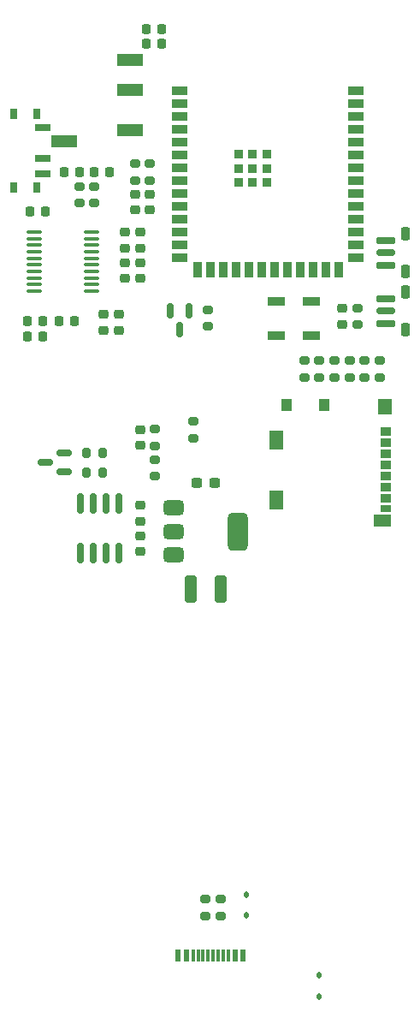
<source format=gbr>
%TF.GenerationSoftware,KiCad,Pcbnew,8.0.7*%
%TF.CreationDate,2025-01-01T16:00:03-05:00*%
%TF.ProjectId,JPL.mp3,4a504c2e-6d70-4332-9e6b-696361645f70,rev?*%
%TF.SameCoordinates,Original*%
%TF.FileFunction,Paste,Top*%
%TF.FilePolarity,Positive*%
%FSLAX46Y46*%
G04 Gerber Fmt 4.6, Leading zero omitted, Abs format (unit mm)*
G04 Created by KiCad (PCBNEW 8.0.7) date 2025-01-01 16:00:03*
%MOMM*%
%LPD*%
G01*
G04 APERTURE LIST*
G04 Aperture macros list*
%AMRoundRect*
0 Rectangle with rounded corners*
0 $1 Rounding radius*
0 $2 $3 $4 $5 $6 $7 $8 $9 X,Y pos of 4 corners*
0 Add a 4 corners polygon primitive as box body*
4,1,4,$2,$3,$4,$5,$6,$7,$8,$9,$2,$3,0*
0 Add four circle primitives for the rounded corners*
1,1,$1+$1,$2,$3*
1,1,$1+$1,$4,$5*
1,1,$1+$1,$6,$7*
1,1,$1+$1,$8,$9*
0 Add four rect primitives between the rounded corners*
20,1,$1+$1,$2,$3,$4,$5,0*
20,1,$1+$1,$4,$5,$6,$7,0*
20,1,$1+$1,$6,$7,$8,$9,0*
20,1,$1+$1,$8,$9,$2,$3,0*%
G04 Aperture macros list end*
%ADD10R,2.500000X1.200000*%
%ADD11RoundRect,0.200000X-0.275000X0.200000X-0.275000X-0.200000X0.275000X-0.200000X0.275000X0.200000X0*%
%ADD12RoundRect,0.200000X0.275000X-0.200000X0.275000X0.200000X-0.275000X0.200000X-0.275000X-0.200000X0*%
%ADD13RoundRect,0.225000X0.250000X-0.225000X0.250000X0.225000X-0.250000X0.225000X-0.250000X-0.225000X0*%
%ADD14RoundRect,0.225000X-0.250000X0.225000X-0.250000X-0.225000X0.250000X-0.225000X0.250000X0.225000X0*%
%ADD15RoundRect,0.150000X-0.150000X0.587500X-0.150000X-0.587500X0.150000X-0.587500X0.150000X0.587500X0*%
%ADD16R,0.900000X0.900000*%
%ADD17R,1.500000X0.900000*%
%ADD18R,0.900000X1.500000*%
%ADD19RoundRect,0.150000X0.587500X0.150000X-0.587500X0.150000X-0.587500X-0.150000X0.587500X-0.150000X0*%
%ADD20R,1.100000X0.850000*%
%ADD21R,1.100000X0.750000*%
%ADD22R,1.000000X1.200000*%
%ADD23R,1.350000X1.550000*%
%ADD24R,1.350000X1.900000*%
%ADD25R,1.800000X1.170000*%
%ADD26RoundRect,0.187500X0.712500X-0.187500X0.712500X0.187500X-0.712500X0.187500X-0.712500X-0.187500X0*%
%ADD27RoundRect,0.150000X0.750000X-0.150000X0.750000X0.150000X-0.750000X0.150000X-0.750000X-0.150000X0*%
%ADD28RoundRect,0.225000X0.225000X-0.425000X0.225000X0.425000X-0.225000X0.425000X-0.225000X-0.425000X0*%
%ADD29RoundRect,0.250000X-0.325000X-1.100000X0.325000X-1.100000X0.325000X1.100000X-0.325000X1.100000X0*%
%ADD30RoundRect,0.112500X-0.112500X0.187500X-0.112500X-0.187500X0.112500X-0.187500X0.112500X0.187500X0*%
%ADD31R,1.700000X0.900000*%
%ADD32RoundRect,0.200000X-0.200000X-0.275000X0.200000X-0.275000X0.200000X0.275000X-0.200000X0.275000X0*%
%ADD33RoundRect,0.225000X0.225000X0.250000X-0.225000X0.250000X-0.225000X-0.250000X0.225000X-0.250000X0*%
%ADD34RoundRect,0.100000X-0.637500X-0.100000X0.637500X-0.100000X0.637500X0.100000X-0.637500X0.100000X0*%
%ADD35RoundRect,0.237500X-0.300000X-0.237500X0.300000X-0.237500X0.300000X0.237500X-0.300000X0.237500X0*%
%ADD36RoundRect,0.150000X0.150000X-0.825000X0.150000X0.825000X-0.150000X0.825000X-0.150000X-0.825000X0*%
%ADD37R,0.800000X1.000000*%
%ADD38R,1.500000X0.700000*%
%ADD39RoundRect,0.225000X-0.225000X-0.250000X0.225000X-0.250000X0.225000X0.250000X-0.225000X0.250000X0*%
%ADD40RoundRect,0.375000X-0.625000X-0.375000X0.625000X-0.375000X0.625000X0.375000X-0.625000X0.375000X0*%
%ADD41RoundRect,0.500000X-0.500000X-1.400000X0.500000X-1.400000X0.500000X1.400000X-0.500000X1.400000X0*%
%ADD42R,0.600000X1.240000*%
%ADD43R,0.300000X1.240000*%
G04 APERTURE END LIST*
D10*
%TO.C,J5*%
X112000000Y-57650000D03*
X112000000Y-54650000D03*
X105500000Y-62750000D03*
X112000000Y-61650000D03*
%TD*%
D11*
%TO.C,R14*%
X133750000Y-84425000D03*
X133750000Y-86075000D03*
%TD*%
%TO.C,R11*%
X119700000Y-79362500D03*
X119700000Y-81012500D03*
%TD*%
D12*
%TO.C,R17*%
X134500000Y-80850000D03*
X134500000Y-79200000D03*
%TD*%
D13*
%TO.C,C14*%
X113000000Y-103275000D03*
X113000000Y-101725000D03*
%TD*%
D14*
%TO.C,C20*%
X110887500Y-79850000D03*
X110887500Y-81400000D03*
%TD*%
D15*
%TO.C,Q2*%
X117900000Y-79500000D03*
X116000000Y-79500000D03*
X116950000Y-81375000D03*
%TD*%
D12*
%TO.C,R15*%
X130750000Y-86075000D03*
X130750000Y-84425000D03*
%TD*%
D16*
%TO.C,U1*%
X122750000Y-64020000D03*
X122750000Y-65420000D03*
X122750000Y-66820000D03*
X124150000Y-64020000D03*
X124150000Y-65420000D03*
X124150000Y-66820000D03*
X125550000Y-64020000D03*
X125550000Y-65420000D03*
X125550000Y-66820000D03*
D17*
X116900000Y-57700000D03*
X116900000Y-58970000D03*
X116900000Y-60240000D03*
X116900000Y-61510000D03*
X116900000Y-62780000D03*
X116900000Y-64050000D03*
X116900000Y-65320000D03*
X116900000Y-66590000D03*
X116900000Y-67860000D03*
X116900000Y-69130000D03*
X116900000Y-70400000D03*
X116900000Y-71670000D03*
X116900000Y-72940000D03*
X116900000Y-74210000D03*
D18*
X118665000Y-75460000D03*
X119935000Y-75460000D03*
X121205000Y-75460000D03*
X122475000Y-75460000D03*
X123745000Y-75460000D03*
X125015000Y-75460000D03*
X126285000Y-75460000D03*
X127555000Y-75460000D03*
X128825000Y-75460000D03*
X130095000Y-75460000D03*
X131365000Y-75460000D03*
X132635000Y-75460000D03*
D17*
X134400000Y-74210000D03*
X134400000Y-72940000D03*
X134400000Y-71670000D03*
X134400000Y-70400000D03*
X134400000Y-69130000D03*
X134400000Y-67860000D03*
X134400000Y-66590000D03*
X134400000Y-65320000D03*
X134400000Y-64050000D03*
X134400000Y-62780000D03*
X134400000Y-61510000D03*
X134400000Y-60240000D03*
X134400000Y-58970000D03*
X134400000Y-57700000D03*
%TD*%
D19*
%TO.C,Q1*%
X105500000Y-95400000D03*
X105500000Y-93500000D03*
X103625000Y-94450000D03*
%TD*%
D12*
%TO.C,R1*%
X119500000Y-139325000D03*
X119500000Y-137675000D03*
%TD*%
D20*
%TO.C,J1*%
X137362500Y-91395000D03*
X137362500Y-92495000D03*
X137362500Y-93595000D03*
X137362500Y-94695000D03*
X137362500Y-95795000D03*
X137362500Y-96895000D03*
X137362500Y-97995000D03*
D21*
X137362500Y-99045000D03*
D22*
X131212500Y-88760000D03*
X127512500Y-88760000D03*
D23*
X137237500Y-88935000D03*
D24*
X126537500Y-92260000D03*
X126537500Y-98230000D03*
D25*
X137012500Y-100255000D03*
%TD*%
D26*
%TO.C,SW2*%
X137350000Y-80725000D03*
X137350000Y-78275000D03*
D27*
X137350000Y-79500000D03*
D28*
X139300000Y-81350000D03*
X139300000Y-77650000D03*
%TD*%
D29*
%TO.C,C2*%
X118050000Y-107000000D03*
X121000000Y-107000000D03*
%TD*%
D30*
%TO.C,D2*%
X130750000Y-145200000D03*
X130750000Y-147300000D03*
%TD*%
D31*
%TO.C,RST1*%
X126500000Y-81950000D03*
X126500000Y-78550000D03*
%TD*%
%TO.C,BOOT1*%
X130000000Y-78550000D03*
X130000000Y-81950000D03*
%TD*%
D11*
%TO.C,R3*%
X135250000Y-84425000D03*
X135250000Y-86075000D03*
%TD*%
D14*
%TO.C,C15*%
X111500000Y-71725000D03*
X111500000Y-73275000D03*
%TD*%
D12*
%TO.C,R2*%
X121000000Y-139325000D03*
X121000000Y-137675000D03*
%TD*%
D14*
%TO.C,C8*%
X113000000Y-91225000D03*
X113000000Y-92775000D03*
%TD*%
D26*
%TO.C,SW1*%
X137350000Y-74975000D03*
X137350000Y-72525000D03*
D27*
X137350000Y-73750000D03*
D28*
X139300000Y-75600000D03*
X139300000Y-71900000D03*
%TD*%
D32*
%TO.C,R13*%
X107675000Y-95500000D03*
X109325000Y-95500000D03*
%TD*%
D33*
%TO.C,C10*%
X115175000Y-51600000D03*
X113625000Y-51600000D03*
%TD*%
D34*
%TO.C,U4*%
X102525000Y-71700000D03*
X102525000Y-72350000D03*
X102525000Y-73000000D03*
X102525000Y-73650000D03*
X102525000Y-74300000D03*
X102525000Y-74950000D03*
X102525000Y-75600000D03*
X102525000Y-76250000D03*
X102525000Y-76900000D03*
X102525000Y-77550000D03*
X108250000Y-77550000D03*
X108250000Y-76900000D03*
X108250000Y-76250000D03*
X108250000Y-75600000D03*
X108250000Y-74950000D03*
X108250000Y-74300000D03*
X108250000Y-73650000D03*
X108250000Y-73000000D03*
X108250000Y-72350000D03*
X108250000Y-71700000D03*
%TD*%
D32*
%TO.C,R10*%
X107675000Y-93500000D03*
X109325000Y-93500000D03*
%TD*%
D14*
%TO.C,C23*%
X113000000Y-71725000D03*
X113000000Y-73275000D03*
%TD*%
D11*
%TO.C,R18*%
X114000000Y-64925000D03*
X114000000Y-66575000D03*
%TD*%
D35*
%TO.C,C1*%
X118637500Y-96500000D03*
X120362500Y-96500000D03*
%TD*%
D11*
%TO.C,R19*%
X112490000Y-64925000D03*
X112490000Y-66575000D03*
%TD*%
D12*
%TO.C,R7*%
X114500000Y-92825000D03*
X114500000Y-91175000D03*
%TD*%
D14*
%TO.C,C12*%
X114000000Y-67975000D03*
X114000000Y-69525000D03*
%TD*%
D33*
%TO.C,C18*%
X106525000Y-80500000D03*
X104975000Y-80500000D03*
%TD*%
D13*
%TO.C,C21*%
X109387500Y-81400000D03*
X109387500Y-79850000D03*
%TD*%
D12*
%TO.C,R16*%
X132250000Y-86075000D03*
X132250000Y-84425000D03*
%TD*%
D36*
%TO.C,U2*%
X107095000Y-103475000D03*
X108365000Y-103475000D03*
X109635000Y-103475000D03*
X110905000Y-103475000D03*
X110905000Y-98525000D03*
X109635000Y-98525000D03*
X108365000Y-98525000D03*
X107095000Y-98525000D03*
%TD*%
D12*
%TO.C,R6*%
X114500000Y-95825000D03*
X114500000Y-94175000D03*
%TD*%
D33*
%TO.C,C19*%
X103412500Y-80500000D03*
X101862500Y-80500000D03*
%TD*%
D14*
%TO.C,C13*%
X112500000Y-67975000D03*
X112500000Y-69525000D03*
%TD*%
%TO.C,C11*%
X133000000Y-79250000D03*
X133000000Y-80800000D03*
%TD*%
D37*
%TO.C,SL2*%
X102750000Y-60000000D03*
X100540000Y-60000000D03*
X102750000Y-67300000D03*
X100540000Y-67300000D03*
D38*
X103400000Y-61400000D03*
X103400000Y-64400000D03*
X103400000Y-65900000D03*
%TD*%
D14*
%TO.C,C16*%
X113000000Y-74725000D03*
X113000000Y-76275000D03*
%TD*%
D12*
%TO.C,R12*%
X118250000Y-92075000D03*
X118250000Y-90425000D03*
%TD*%
%TO.C,R8*%
X129250000Y-86075000D03*
X129250000Y-84425000D03*
%TD*%
D33*
%TO.C,C3*%
X107025000Y-65750000D03*
X105475000Y-65750000D03*
%TD*%
D39*
%TO.C,C4*%
X108475000Y-65750000D03*
X110025000Y-65750000D03*
%TD*%
D40*
%TO.C,U5*%
X116350000Y-99000000D03*
X116350000Y-101300000D03*
D41*
X122650000Y-101300000D03*
D40*
X116350000Y-103600000D03*
%TD*%
D14*
%TO.C,C7*%
X113000000Y-98725000D03*
X113000000Y-100275000D03*
%TD*%
D30*
%TO.C,D1*%
X123500000Y-137200000D03*
X123500000Y-139300000D03*
%TD*%
D11*
%TO.C,R9*%
X136750000Y-84425000D03*
X136750000Y-86075000D03*
%TD*%
D12*
%TO.C,R5*%
X108500000Y-68850000D03*
X108500000Y-67200000D03*
%TD*%
D42*
%TO.C,J2*%
X116800000Y-143275000D03*
X117600000Y-143275000D03*
D43*
X118250000Y-143275000D03*
X119250000Y-143275000D03*
X120750000Y-143275000D03*
X121750000Y-143275000D03*
D42*
X122400000Y-143275000D03*
X123200000Y-143275000D03*
X123200000Y-143275000D03*
X122400000Y-143275000D03*
D43*
X121250000Y-143275000D03*
X120250000Y-143275000D03*
X119750000Y-143275000D03*
X118750000Y-143275000D03*
D42*
X117600000Y-143275000D03*
X116800000Y-143275000D03*
%TD*%
D39*
%TO.C,C17*%
X102112500Y-69625000D03*
X103662500Y-69625000D03*
%TD*%
%TO.C,C6*%
X101862500Y-82000000D03*
X103412500Y-82000000D03*
%TD*%
D12*
%TO.C,R4*%
X107000000Y-68850000D03*
X107000000Y-67200000D03*
%TD*%
D33*
%TO.C,C9*%
X115175000Y-53100000D03*
X113625000Y-53100000D03*
%TD*%
D14*
%TO.C,C5*%
X111500000Y-74725000D03*
X111500000Y-76275000D03*
%TD*%
M02*

</source>
